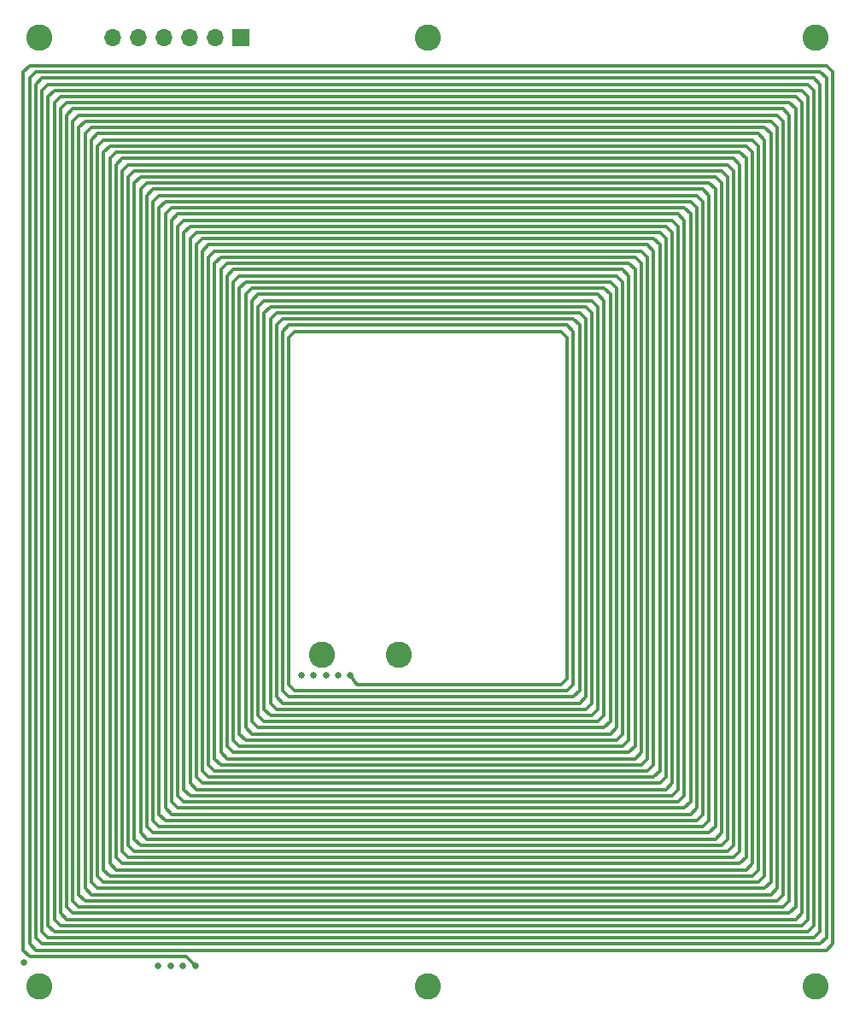
<source format=gbr>
%TF.GenerationSoftware,KiCad,Pcbnew,(6.0.5)*%
%TF.CreationDate,2022-08-19T15:48:38-07:00*%
%TF.ProjectId,Coil_Panels_XY,436f696c-5f50-4616-9e65-6c735f58592e,rev?*%
%TF.SameCoordinates,Original*%
%TF.FileFunction,Copper,L5,Inr*%
%TF.FilePolarity,Positive*%
%FSLAX46Y46*%
G04 Gerber Fmt 4.6, Leading zero omitted, Abs format (unit mm)*
G04 Created by KiCad (PCBNEW (6.0.5)) date 2022-08-19 15:48:38*
%MOMM*%
%LPD*%
G01*
G04 APERTURE LIST*
%TA.AperFunction,ComponentPad*%
%ADD10C,2.600000*%
%TD*%
%TA.AperFunction,ComponentPad*%
%ADD11R,1.700000X1.700000*%
%TD*%
%TA.AperFunction,ComponentPad*%
%ADD12O,1.700000X1.700000*%
%TD*%
%TA.AperFunction,ViaPad*%
%ADD13C,0.650000*%
%TD*%
%TA.AperFunction,Conductor*%
%ADD14C,0.306000*%
%TD*%
G04 APERTURE END LIST*
D10*
%TO.N,unconnected-(H1-Pad1)*%
%TO.C,H1*%
X111942000Y-49921999D03*
%TD*%
D11*
%TO.N,Net-(J1-Pad1)*%
%TO.C,J1*%
X131942000Y-49921999D03*
D12*
%TO.N,Net-(J1-Pad2)*%
X129402000Y-49921999D03*
%TO.N,Net-(J1-Pad3)*%
X126862000Y-49921999D03*
%TO.N,Net-(J1-Pad4)*%
X124322000Y-49921999D03*
%TO.N,Net-(J1-Pad5)*%
X121782000Y-49921999D03*
%TO.N,Net-(J1-Pad6)*%
X119242000Y-49921999D03*
%TD*%
D10*
%TO.N,unconnected-(H5-Pad1)*%
%TO.C,H5*%
X150442000Y-143921999D03*
%TD*%
%TO.N,unconnected-(H4-Pad1)*%
%TO.C,H4*%
X111942000Y-143921999D03*
%TD*%
%TO.N,Coil_OUT*%
%TO.C,TP1*%
X139986000Y-111092000D03*
X147606000Y-111092000D03*
%TD*%
%TO.N,unconnected-(H2-Pad1)*%
%TO.C,H2*%
X150442000Y-49921999D03*
%TD*%
%TO.N,unconnected-(H3-Pad1)*%
%TO.C,H3*%
X188942000Y-49921999D03*
%TD*%
%TO.N,unconnected-(H6-Pad1)*%
%TO.C,H6*%
X188942000Y-143921999D03*
%TD*%
D13*
%TO.N,Coil_OUT*%
X126184000Y-141856000D03*
X127408000Y-141856000D03*
X123736000Y-141856000D03*
X140358000Y-113092000D03*
X124960000Y-141856000D03*
X137910000Y-113092000D03*
X139134000Y-113092000D03*
X142806000Y-113092000D03*
X110394000Y-141513999D03*
X141582000Y-113092000D03*
%TD*%
D14*
%TO.N,Coil_OUT*%
X171622000Y-120742000D02*
X171010000Y-121354000D01*
X118326000Y-133593999D02*
X117714000Y-132981999D01*
X133626000Y-76582000D02*
X134238000Y-75970000D01*
X111594000Y-54550000D02*
X111594000Y-139102000D01*
X135462000Y-116458000D02*
X134850000Y-115846000D01*
X178965999Y-128086000D02*
X178354000Y-128698000D01*
X131790000Y-74745999D02*
X132402000Y-74134000D01*
X176518000Y-67401999D02*
X176518000Y-125638000D01*
X185698000Y-58222000D02*
X185698000Y-134817999D01*
X130566000Y-72298000D02*
X170398000Y-72298000D01*
X183250000Y-132369999D02*
X182638000Y-132981999D01*
X178354000Y-65566000D02*
X178354000Y-127474000D01*
X173458000Y-123802000D02*
X128118000Y-123802000D01*
X131178000Y-74134000D02*
X131178000Y-119518000D01*
X134850000Y-76582000D02*
X166114000Y-76582000D01*
X169786000Y-120130000D02*
X131790000Y-120130000D01*
X112206000Y-53938000D02*
X188757999Y-53938000D01*
X167950000Y-118294000D02*
X133626000Y-118294000D01*
X183250000Y-133593999D02*
X118326000Y-133593999D01*
X128118000Y-71073999D02*
X128730000Y-70462000D01*
X171622000Y-121966000D02*
X129954000Y-121966000D01*
X171010000Y-72910000D02*
X171010000Y-120130000D01*
X128118000Y-123802000D02*
X127506000Y-123190000D01*
X184474000Y-59446000D02*
X184474000Y-133593999D01*
X186310000Y-56386000D02*
X186922000Y-56998000D01*
X116489999Y-58222000D02*
X184474000Y-58222000D01*
X127506000Y-70462000D02*
X127506000Y-123190000D01*
X123834000Y-66790000D02*
X124446000Y-66178000D01*
X129954000Y-72910000D02*
X129954000Y-120742000D01*
X125058000Y-68013999D02*
X125670000Y-67401999D01*
X188757999Y-53938000D02*
X189369999Y-54550000D01*
X185698000Y-134817999D02*
X185086000Y-135429999D01*
X169174000Y-74745999D02*
X169174000Y-118294000D01*
X172233999Y-71686000D02*
X172233999Y-121354000D01*
X132402000Y-74134000D02*
X168562000Y-74134000D01*
X131790000Y-120130000D02*
X131178000Y-119518000D01*
X117102000Y-134817999D02*
X116490000Y-134205999D01*
X125670000Y-67401999D02*
X175293999Y-67401999D01*
X175293999Y-124414000D02*
X174682000Y-125026000D01*
X117102000Y-60058000D02*
X117714000Y-59446000D01*
X114042000Y-137877999D02*
X113430000Y-137265999D01*
X116490000Y-59446000D02*
X117102000Y-58834000D01*
X189982000Y-140325999D02*
X111594000Y-140325999D01*
X187534000Y-137877999D02*
X114042000Y-137877999D01*
X173458000Y-122578000D02*
X172846000Y-123190000D01*
X172234000Y-70462000D02*
X172846000Y-71073999D01*
X185698000Y-56998000D02*
X186310000Y-57610000D01*
X129954000Y-121966000D02*
X129342000Y-121354000D01*
X180802000Y-61894000D02*
X181414000Y-62506000D01*
X184474000Y-134817999D02*
X117102000Y-134817999D01*
X165502000Y-115846000D02*
X136074000Y-115846000D01*
X168561999Y-117682000D02*
X167950000Y-118294000D01*
X117714000Y-60670000D02*
X117714000Y-132982000D01*
X177130000Y-127474000D02*
X124446000Y-127474000D01*
X134850000Y-77805999D02*
X135462000Y-77194000D01*
X169174000Y-119518000D02*
X132402000Y-119518000D01*
X116490000Y-135429999D02*
X115878000Y-134817999D01*
X112818000Y-55774000D02*
X113430000Y-55162000D01*
X175293999Y-68626000D02*
X175293999Y-124414000D01*
X178354000Y-128698000D02*
X123222000Y-128698000D01*
X182638000Y-61282000D02*
X182638000Y-131757999D01*
X112206000Y-55162000D02*
X112817999Y-54550000D01*
X164890000Y-79030000D02*
X164890000Y-114010000D01*
X165502000Y-77194000D02*
X166114000Y-77805999D01*
X126282000Y-69237999D02*
X126894000Y-68626000D01*
X120774000Y-63730000D02*
X120774000Y-129922000D01*
X183862000Y-132981999D02*
X183250000Y-133593999D01*
X132402000Y-75358000D02*
X132402000Y-118294000D01*
X188758000Y-137878000D02*
X188146000Y-138490000D01*
X166114000Y-76582000D02*
X166726000Y-77194000D01*
X169786000Y-72910000D02*
X170398000Y-73522000D01*
X126894000Y-68626000D02*
X174070000Y-68626000D01*
X179578000Y-129922000D02*
X121998000Y-129922000D01*
X131178000Y-72910000D02*
X169786000Y-72910000D01*
X127506000Y-124414000D02*
X126894000Y-123802000D01*
X174682000Y-125026000D02*
X126894000Y-125026000D01*
X115878000Y-57610000D02*
X185086000Y-57610000D01*
X180190000Y-129310000D02*
X179578000Y-129922000D01*
X133626000Y-118294000D02*
X133014000Y-117682000D01*
X167338000Y-116458000D02*
X166726000Y-117070000D01*
X175905999Y-68013999D02*
X175905999Y-125026000D01*
X186310000Y-135429999D02*
X185698000Y-136041999D01*
X189982000Y-53938000D02*
X189982000Y-139101999D01*
X132402000Y-75358000D02*
X133013999Y-74746000D01*
X183862000Y-58834000D02*
X184474000Y-59446000D01*
X133014000Y-75969999D02*
X133014000Y-117682000D01*
X183862000Y-134205999D02*
X117714000Y-134205999D01*
X120774000Y-131146000D02*
X120162000Y-130534000D01*
X136073999Y-79030000D02*
X136685999Y-78418000D01*
X137298000Y-79030000D02*
X163666000Y-79030000D01*
X166726000Y-117070000D02*
X134850000Y-117070000D01*
X126490000Y-140938000D02*
X127408000Y-141856000D01*
X121998000Y-64954000D02*
X122610000Y-64342000D01*
X182638000Y-131757999D02*
X182026000Y-132369999D01*
X131178000Y-74134000D02*
X131790000Y-73522000D01*
X120774000Y-63730000D02*
X121386000Y-63118000D01*
X114654000Y-57610000D02*
X115266000Y-56998000D01*
X172846000Y-69850000D02*
X173458000Y-70462000D01*
X131178000Y-120742000D02*
X130566000Y-120130000D01*
X165501999Y-114622000D02*
X164890000Y-115234000D01*
X111594000Y-54550000D02*
X112206000Y-53938000D01*
X184474000Y-133593999D02*
X183862000Y-134205999D01*
X122610000Y-129310000D02*
X121998000Y-128698000D01*
X179578000Y-63118000D02*
X180190000Y-63730000D01*
X134850000Y-77805999D02*
X134850000Y-115846000D01*
X133014000Y-118906000D02*
X132402000Y-118294000D01*
X110982000Y-140938000D02*
X126490000Y-140938000D01*
X181414000Y-62506000D02*
X181414000Y-130534000D01*
X189369999Y-138490000D02*
X188757999Y-139101999D01*
X133626000Y-75358000D02*
X167338000Y-75358000D01*
X134238000Y-75970000D02*
X166726000Y-75970000D01*
X178966000Y-63730000D02*
X179578000Y-64342000D01*
X172846000Y-71073999D02*
X172846000Y-121966000D01*
X112818000Y-55774000D02*
X112818000Y-137878000D01*
X175905999Y-125026000D02*
X175293999Y-125638000D01*
X131790000Y-74745999D02*
X131790000Y-118906000D01*
X174682000Y-68014000D02*
X175293999Y-68626000D01*
X169174000Y-118294000D02*
X168562000Y-118906000D01*
X166114000Y-77805999D02*
X166114000Y-115234000D01*
X127506000Y-69238000D02*
X173458000Y-69238000D01*
X133626000Y-76582000D02*
X133626000Y-117070000D01*
X125670000Y-68626000D02*
X125670000Y-125026000D01*
X128730000Y-71686000D02*
X129342000Y-71074000D01*
X189982000Y-52714000D02*
X190594000Y-53326000D01*
X121998000Y-63730000D02*
X178966000Y-63730000D01*
X119550000Y-132369999D02*
X118938000Y-131757999D01*
X188758000Y-55162000D02*
X188758000Y-137878000D01*
X164278000Y-114622000D02*
X137298000Y-114622000D01*
X171010000Y-71686000D02*
X171622000Y-72298000D01*
X175293999Y-67401999D02*
X175905999Y-68013999D01*
X118938000Y-61894000D02*
X118938000Y-131757999D01*
X166114000Y-116458000D02*
X135462000Y-116458000D01*
X110982000Y-53938000D02*
X110982000Y-139714000D01*
X118326000Y-61282000D02*
X118326000Y-132370000D01*
X135462000Y-77194000D02*
X165502000Y-77194000D01*
X171622000Y-71074000D02*
X172233999Y-71686000D01*
X126281999Y-68014000D02*
X174682000Y-68014000D01*
X129954000Y-71686000D02*
X171010000Y-71686000D01*
X129342000Y-72298000D02*
X129954000Y-71686000D01*
X123222000Y-66178000D02*
X123222000Y-127474000D01*
X120162000Y-131757999D02*
X119550000Y-131145999D01*
X167338000Y-76582000D02*
X167338000Y-116458000D01*
X177742000Y-64954000D02*
X178354000Y-65566000D01*
X114042000Y-56998000D02*
X114042000Y-136654000D01*
X175906000Y-66790000D02*
X176518000Y-67401999D01*
X174682000Y-123802000D02*
X174070000Y-124414000D01*
X188146000Y-54550000D02*
X188758000Y-55162000D01*
X188146000Y-137265999D02*
X187534000Y-137877999D01*
X186922000Y-56998000D02*
X186922000Y-136041999D01*
X128730000Y-70462000D02*
X172234000Y-70462000D01*
X184474000Y-58222000D02*
X185085999Y-58834000D01*
X118938000Y-132981999D02*
X118326000Y-132369999D01*
X176518000Y-125638000D02*
X175906000Y-126250000D01*
X169786000Y-118906000D02*
X169174000Y-119518000D01*
X170398000Y-73522000D02*
X170398000Y-119518000D01*
X115266000Y-136653999D02*
X114654000Y-136041999D01*
X133013999Y-74746000D02*
X167950000Y-74746000D01*
X128118000Y-69850000D02*
X172846000Y-69850000D01*
X121386000Y-64342000D02*
X121998000Y-63730000D01*
X117102000Y-60058000D02*
X117102000Y-133594000D01*
X167950000Y-75969999D02*
X167950000Y-117070000D01*
X110982000Y-53938000D02*
X111594000Y-53326000D01*
X132402000Y-119518000D02*
X131790000Y-118906000D01*
X177742000Y-126862000D02*
X177130000Y-127474000D01*
X115266000Y-58222000D02*
X115266000Y-135430000D01*
X183250000Y-60670000D02*
X183250000Y-132369999D01*
X124446000Y-66178000D02*
X176518000Y-66178000D01*
X177130000Y-65566000D02*
X177742000Y-66178000D01*
X122610000Y-64342000D02*
X178354000Y-64342000D01*
X115266000Y-56998000D02*
X185698000Y-56998000D01*
X164890000Y-77806000D02*
X165501999Y-78418000D01*
X163666000Y-79030000D02*
X164278000Y-79642000D01*
X117102000Y-58834000D02*
X183862000Y-58834000D01*
X121386000Y-63118000D02*
X179578000Y-63118000D01*
X113430000Y-56386000D02*
X113430000Y-137266000D01*
X174070000Y-124414000D02*
X127506000Y-124414000D01*
X119549999Y-61282000D02*
X181414000Y-61282000D01*
X131790000Y-73522000D02*
X169174000Y-73522000D01*
X114042000Y-55774000D02*
X186922000Y-55774000D01*
X134238000Y-77194000D02*
X134238000Y-116458000D01*
X174682000Y-69237999D02*
X174682000Y-123802000D01*
X111594000Y-140325999D02*
X110982000Y-139713999D01*
X175906000Y-126250000D02*
X125670000Y-126250000D01*
X164278000Y-79642000D02*
X164278000Y-113398000D01*
X121998000Y-64954000D02*
X121998000Y-128698000D01*
X110982000Y-52714000D02*
X189982000Y-52714000D01*
X169786000Y-74134000D02*
X169786000Y-118906000D01*
X170398000Y-120742000D02*
X131178000Y-120742000D01*
X135462000Y-78418000D02*
X136073999Y-77806000D01*
X181414000Y-131757999D02*
X120162000Y-131757999D01*
X181414000Y-130534000D02*
X180802000Y-131146000D01*
X182638000Y-132981999D02*
X118938000Y-132981999D01*
X189982000Y-139101999D02*
X189370000Y-139713999D01*
X168562000Y-74134000D02*
X169174000Y-74745999D01*
X165501999Y-78418000D02*
X165501999Y-114622000D01*
X126282000Y-125638000D02*
X125670000Y-125026000D01*
X121998000Y-129922000D02*
X121386000Y-129310000D01*
X123834000Y-65566000D02*
X177130000Y-65566000D01*
X183862000Y-60058000D02*
X183862000Y-132981999D01*
X130566000Y-121354000D02*
X129954000Y-120742000D01*
X112817999Y-54550000D02*
X188146000Y-54550000D01*
X182026000Y-132369999D02*
X119550000Y-132369999D01*
X172846000Y-121966000D02*
X172234000Y-122578000D01*
X178965999Y-64954000D02*
X178965999Y-128086000D01*
X164278000Y-78418000D02*
X164890000Y-79030000D01*
X180802000Y-131146000D02*
X120774000Y-131146000D01*
X115266000Y-58222000D02*
X115878000Y-57610000D01*
X112206000Y-55162000D02*
X112206000Y-138490000D01*
X110370000Y-140326000D02*
X110982000Y-140938000D01*
X182026000Y-60670000D02*
X182638000Y-61282000D01*
X179578000Y-64342000D02*
X179578000Y-128698000D01*
X186922000Y-136041999D02*
X186310000Y-136653999D01*
X121386000Y-130534000D02*
X120774000Y-129922000D01*
X167338000Y-117682000D02*
X134238000Y-117682000D01*
X134850000Y-117070000D02*
X134238000Y-116458000D01*
X118938000Y-60670000D02*
X182026000Y-60670000D01*
X124446000Y-127474000D02*
X123834000Y-126862000D01*
X125058000Y-126862000D02*
X124446000Y-126250000D01*
X180190000Y-62506000D02*
X180802000Y-63118000D01*
X125670000Y-68626000D02*
X126281999Y-68014000D01*
X111594000Y-53326000D02*
X189370000Y-53326000D01*
X125058000Y-66790000D02*
X175906000Y-66790000D01*
X177130000Y-66790000D02*
X177130000Y-126250000D01*
X136686000Y-79642000D02*
X136686000Y-114010000D01*
X122610000Y-65566000D02*
X122610000Y-128086000D01*
X176518000Y-126862000D02*
X125058000Y-126862000D01*
X174070000Y-69850000D02*
X174070000Y-123190000D01*
X119550000Y-62506000D02*
X119550000Y-131146000D01*
X123834000Y-66790000D02*
X123834000Y-126862000D01*
X189369999Y-54550000D02*
X189369999Y-138490000D01*
X183250000Y-59446000D02*
X183862000Y-60058000D01*
X180190000Y-130534000D02*
X121386000Y-130534000D01*
X168562000Y-118906000D02*
X133014000Y-118906000D01*
X167338000Y-75358000D02*
X167950000Y-75969999D01*
X182025999Y-131145999D02*
X181414000Y-131757999D01*
X136686000Y-115234000D02*
X136074000Y-114622000D01*
X185085999Y-58834000D02*
X185085999Y-134205999D01*
X167950000Y-117070000D02*
X167338000Y-117682000D01*
X185085999Y-134205999D02*
X184474000Y-134817999D01*
X172846000Y-123190000D02*
X128730000Y-123190000D01*
X115878000Y-58834000D02*
X115878000Y-134817999D01*
X137298000Y-114622000D02*
X136686000Y-114010000D01*
X136074000Y-115846000D02*
X135462000Y-115234000D01*
X136685999Y-78418000D02*
X164278000Y-78418000D01*
X143418000Y-114010000D02*
X142806000Y-113092000D01*
X114654000Y-56386000D02*
X186310000Y-56386000D01*
X125670000Y-126250000D02*
X125058000Y-125638000D01*
X120774000Y-62506000D02*
X180190000Y-62506000D01*
X185086000Y-135429999D02*
X116490000Y-135429999D01*
X129342000Y-71074000D02*
X171622000Y-71074000D01*
X120162000Y-61894000D02*
X180802000Y-61894000D01*
X185698000Y-136041999D02*
X115878000Y-136041999D01*
X177742000Y-66178000D02*
X177742000Y-126862000D01*
X126894000Y-69850000D02*
X126894000Y-123802000D01*
X116490000Y-59446000D02*
X116490000Y-134206000D01*
X186310000Y-136653999D02*
X115266000Y-136653999D01*
X128730000Y-71686000D02*
X128730000Y-121966000D01*
X188757999Y-139101999D02*
X112818000Y-139101999D01*
X120162000Y-63118000D02*
X120774000Y-62506000D01*
X123222000Y-128698000D02*
X122610000Y-128086000D01*
X174070000Y-123190000D02*
X173458000Y-123802000D01*
X176518000Y-66178000D02*
X177130000Y-66790000D01*
X172233999Y-121354000D02*
X171622000Y-121966000D01*
X173458000Y-69238000D02*
X174070000Y-69850000D01*
X123834000Y-128086000D02*
X123222000Y-127474000D01*
X114042000Y-56998000D02*
X114654000Y-56386000D01*
X187534000Y-136653999D02*
X186922000Y-137265999D01*
X177130000Y-126250000D02*
X176518000Y-126862000D01*
X121386000Y-64342000D02*
X121386000Y-129310000D01*
X185086000Y-57610000D02*
X185698000Y-58222000D01*
X118938000Y-61894000D02*
X119549999Y-61282000D01*
X113430000Y-55162000D02*
X187534000Y-55162000D01*
X123222000Y-66178000D02*
X123834000Y-65566000D01*
X187534000Y-56386000D02*
X187534000Y-136653999D01*
X135462000Y-78418000D02*
X135462000Y-115234000D01*
X129342000Y-72298000D02*
X129342000Y-121354000D01*
X171622000Y-72298000D02*
X171622000Y-120742000D01*
X124446000Y-67401999D02*
X124446000Y-126250000D01*
X189370000Y-139713999D02*
X112206000Y-139713999D01*
X171010000Y-120130000D02*
X170398000Y-120742000D01*
X188146000Y-55774000D02*
X188146000Y-137265999D01*
X126894000Y-125026000D02*
X126282000Y-124414000D01*
X112818000Y-139101999D02*
X112206000Y-138490000D01*
X134238000Y-77194000D02*
X134850000Y-76582000D01*
X172234000Y-122578000D02*
X129342000Y-122578000D01*
X115878000Y-58834000D02*
X116489999Y-58222000D01*
X134238000Y-117682000D02*
X133626000Y-117070000D01*
X133014000Y-75969999D02*
X133626000Y-75358000D01*
X170398000Y-72298000D02*
X171010000Y-72910000D01*
X123221999Y-64954000D02*
X177742000Y-64954000D01*
X171010000Y-121354000D02*
X130566000Y-121354000D01*
X130566000Y-73522000D02*
X131178000Y-72910000D01*
X188146000Y-138490000D02*
X113430000Y-138490000D01*
X166726000Y-77194000D02*
X166726000Y-115846000D01*
X178354000Y-127474000D02*
X177742000Y-128086000D01*
X110370000Y-53326000D02*
X110982000Y-52714000D01*
X180802000Y-129922000D02*
X180190000Y-130534000D01*
X166114000Y-115234000D02*
X165502000Y-115846000D01*
X186310000Y-57610000D02*
X186310000Y-135429999D01*
X182025999Y-61894000D02*
X182025999Y-131145999D01*
X114654000Y-137265999D02*
X114042000Y-136653999D01*
X130566000Y-73522000D02*
X130566000Y-120130000D01*
X170398000Y-119518000D02*
X169786000Y-120130000D01*
X168561999Y-75358000D02*
X168561999Y-117682000D01*
X117714000Y-59446000D02*
X183250000Y-59446000D01*
X126894000Y-69850000D02*
X127506000Y-69238000D01*
X120162000Y-63118000D02*
X120162000Y-130534000D01*
X186922000Y-55774000D02*
X187534000Y-56386000D01*
X187534000Y-55162000D02*
X188146000Y-55774000D01*
X169174000Y-73522000D02*
X169786000Y-74134000D01*
X118326000Y-61282000D02*
X118938000Y-60670000D01*
X182638000Y-60058000D02*
X183250000Y-60670000D01*
X114654000Y-57610000D02*
X114654000Y-136042000D01*
X179578000Y-128698000D02*
X178966000Y-129310000D01*
X136073999Y-77806000D02*
X164890000Y-77806000D01*
X178966000Y-129310000D02*
X122610000Y-129310000D01*
X167950000Y-74746000D02*
X168561999Y-75358000D01*
X186922000Y-137265999D02*
X114654000Y-137265999D01*
X115878000Y-136041999D02*
X115266000Y-135429999D01*
X112206000Y-139713999D02*
X111594000Y-139101999D01*
X127506000Y-70462000D02*
X128118000Y-69850000D01*
X166726000Y-115846000D02*
X166114000Y-116458000D01*
X136686000Y-79642000D02*
X137298000Y-79030000D01*
X126282000Y-69237999D02*
X126282000Y-124414000D01*
X178354000Y-64342000D02*
X178965999Y-64954000D01*
X110370000Y-53326000D02*
X110370000Y-140326000D01*
X124446000Y-67401999D02*
X125058000Y-66790000D01*
X164890000Y-115234000D02*
X136686000Y-115234000D01*
X174070000Y-68626000D02*
X174682000Y-69237999D01*
X163666000Y-114010000D02*
X143418000Y-114010000D01*
X136073999Y-79030000D02*
X136073999Y-114622000D01*
X119550000Y-62506000D02*
X120162000Y-61894000D01*
X164890000Y-114010000D02*
X164278000Y-114622000D01*
X166726000Y-75970000D02*
X167338000Y-76582000D01*
X181414000Y-61282000D02*
X182025999Y-61894000D01*
X129342000Y-122578000D02*
X128730000Y-121966000D01*
X175293999Y-125638000D02*
X126282000Y-125638000D01*
X113430000Y-138490000D02*
X112818000Y-137878000D01*
X173458000Y-70462000D02*
X173458000Y-122578000D01*
X118326000Y-60058000D02*
X182638000Y-60058000D01*
X128118000Y-71073999D02*
X128118000Y-122578000D01*
X125058000Y-68013999D02*
X125058000Y-125638000D01*
X180190000Y-63730000D02*
X180190000Y-129310000D01*
X190594000Y-53326000D02*
X190594000Y-139713999D01*
X180802000Y-63118000D02*
X180802000Y-129922000D01*
X117714000Y-134205999D02*
X117102000Y-133593999D01*
X177742000Y-128086000D02*
X123834000Y-128086000D01*
X189370000Y-53326000D02*
X189982000Y-53938000D01*
X117714000Y-60670000D02*
X118326000Y-60058000D01*
X164278000Y-113398000D02*
X163666000Y-114010000D01*
X129954000Y-72910000D02*
X130566000Y-72298000D01*
X190594000Y-139713999D02*
X189982000Y-140325999D01*
X128730000Y-123190000D02*
X128118000Y-122578000D01*
X113430000Y-56386000D02*
X114042000Y-55774000D01*
X122610000Y-65566000D02*
X123221999Y-64954000D01*
%TD*%
M02*

</source>
